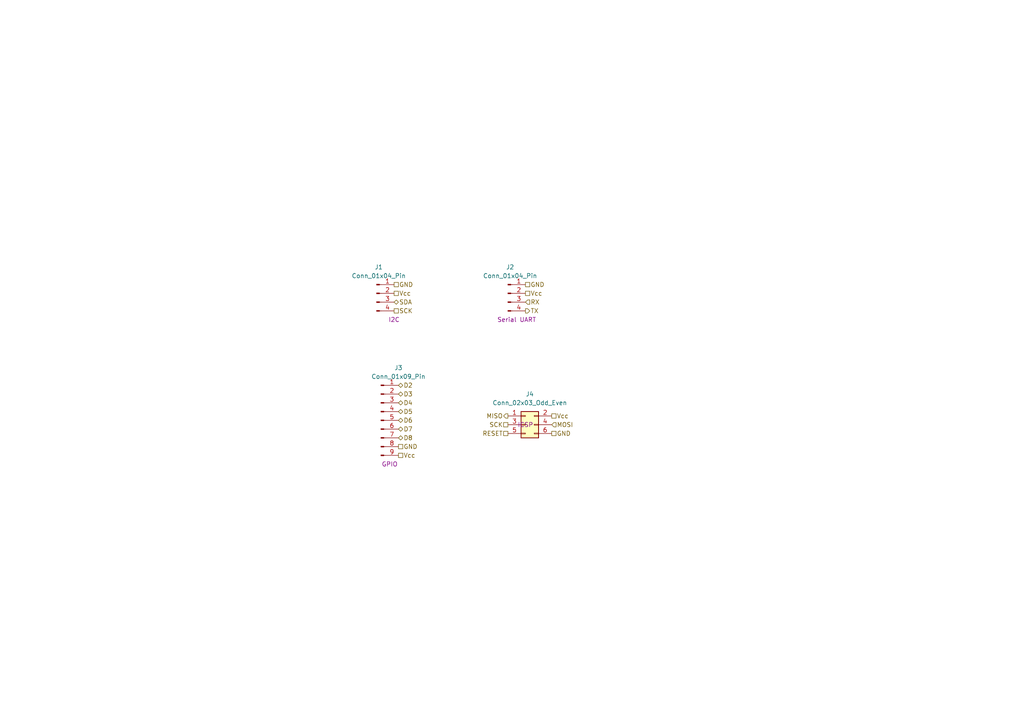
<source format=kicad_sch>
(kicad_sch (version 20250114) (generator "eeschema") (generator_version "9.0")
  (paper "A4")
  (lib_symbols
    (symbol "Connector:Conn_01x04_Pin" (pin_names (offset 1.016) (hide yes))
      (property "Reference" "J" (at 0 5.08 0))
      (property "Value" "Conn_01x04_Pin" (at 0 -7.62 0))
      (symbol "Conn_01x04_Pin_1_1"
        (rectangle (start 0.8636 2.667) (end 0 2.413) (stroke (width 0.1524)) (fill (type outline)))
        (rectangle (start 0.8636 0.127) (end 0 -0.127) (stroke (width 0.1524)) (fill (type outline)))
        (rectangle (start 0.8636 -2.413) (end 0 -2.667) (stroke (width 0.1524)) (fill (type outline)))
        (rectangle (start 0.8636 -4.953) (end 0 -5.207) (stroke (width 0.1524)) (fill (type outline)))
        (polyline (pts (xy 1.27 2.54) (xy 0.8636 2.54)) (stroke (width 0.1524)))
        (polyline (pts (xy 1.27 0) (xy 0.8636 0)) (stroke (width 0.1524)))
        (polyline (pts (xy 1.27 -2.54) (xy 0.8636 -2.54)) (stroke (width 0.1524)))
        (polyline (pts (xy 1.27 -5.08) (xy 0.8636 -5.08)) (stroke (width 0.1524)))
        (pin passive line (at 5.08 2.54 180) (length 3.81) (name "Pin_1") (number "1"))
        (pin passive line (at 5.08 0 180) (length 3.81) (name "Pin_2") (number "2"))
        (pin passive line (at 5.08 -2.54 180) (length 3.81) (name "Pin_3") (number "3"))
        (pin passive line (at 5.08 -5.08 180) (length 3.81) (name "Pin_4") (number "4"))
      )
    )
    (symbol "Connector:Conn_01x09_Pin" (pin_names (offset 1.016) (hide yes))
      (property "Reference" "J" (at 0 12.7 0))
      (property "Value" "Conn_01x09_Pin" (at 0 -12.7 0))
      (symbol "Conn_01x09_Pin_1_1"
        (rectangle (start 0.8636 10.287) (end 0 10.033) (stroke (width 0.1524)) (fill (type outline)))
        (rectangle (start 0.8636 7.747) (end 0 7.493) (stroke (width 0.1524)) (fill (type outline)))
        (rectangle (start 0.8636 5.207) (end 0 4.953) (stroke (width 0.1524)) (fill (type outline)))
        (rectangle (start 0.8636 2.667) (end 0 2.413) (stroke (width 0.1524)) (fill (type outline)))
        (rectangle (start 0.8636 0.127) (end 0 -0.127) (stroke (width 0.1524)) (fill (type outline)))
        (rectangle (start 0.8636 -2.413) (end 0 -2.667) (stroke (width 0.1524)) (fill (type outline)))
        (rectangle (start 0.8636 -4.953) (end 0 -5.207) (stroke (width 0.1524)) (fill (type outline)))
        (rectangle (start 0.8636 -7.493) (end 0 -7.747) (stroke (width 0.1524)) (fill (type outline)))
        (rectangle (start 0.8636 -10.033) (end 0 -10.287) (stroke (width 0.1524)) (fill (type outline)))
        (polyline (pts (xy 1.27 10.16) (xy 0.8636 10.16)) (stroke (width 0.1524)))
        (polyline (pts (xy 1.27 7.62) (xy 0.8636 7.62)) (stroke (width 0.1524)))
        (polyline (pts (xy 1.27 5.08) (xy 0.8636 5.08)) (stroke (width 0.1524)))
        (polyline (pts (xy 1.27 2.54) (xy 0.8636 2.54)) (stroke (width 0.1524)))
        (polyline (pts (xy 1.27 0) (xy 0.8636 0)) (stroke (width 0.1524)))
        (polyline (pts (xy 1.27 -2.54) (xy 0.8636 -2.54)) (stroke (width 0.1524)))
        (polyline (pts (xy 1.27 -5.08) (xy 0.8636 -5.08)) (stroke (width 0.1524)))
        (polyline (pts (xy 1.27 -7.62) (xy 0.8636 -7.62)) (stroke (width 0.1524)))
        (polyline (pts (xy 1.27 -10.16) (xy 0.8636 -10.16)) (stroke (width 0.1524)))
        (pin passive line (at 5.08 10.16 180) (length 3.81) (name "Pin_1") (number "1"))
        (pin passive line (at 5.08 7.62 180) (length 3.81) (name "Pin_2") (number "2"))
        (pin passive line (at 5.08 5.08 180) (length 3.81) (name "Pin_3") (number "3"))
        (pin passive line (at 5.08 2.54 180) (length 3.81) (name "Pin_4") (number "4"))
        (pin passive line (at 5.08 0 180) (length 3.81) (name "Pin_5") (number "5"))
        (pin passive line (at 5.08 -2.54 180) (length 3.81) (name "Pin_6") (number "6"))
        (pin passive line (at 5.08 -5.08 180) (length 3.81) (name "Pin_7") (number "7"))
        (pin passive line (at 5.08 -7.62 180) (length 3.81) (name "Pin_8") (number "8"))
        (pin passive line (at 5.08 -10.16 180) (length 3.81) (name "Pin_9") (number "9"))
      )
    )
    (symbol "Connector_Generic:Conn_02x03_Odd_Even" (pin_names (offset 1.016) (hide yes))
      (property "Reference" "J" (at 1.27 5.08 0))
      (property "Value" "Conn_02x03_Odd_Even" (at 1.27 -5.08 0))
      (symbol "Conn_02x03_Odd_Even_1_1"
        (rectangle (start -1.27 3.81) (end 3.81 -3.81) (stroke (width 0.254)) (fill (type background)))
        (rectangle (start -1.27 2.667) (end 0 2.413) (stroke (width 0.1524)))
        (rectangle (start -1.27 0.127) (end 0 -0.127) (stroke (width 0.1524)))
        (rectangle (start -1.27 -2.413) (end 0 -2.667) (stroke (width 0.1524)))
        (rectangle (start 3.81 2.667) (end 2.54 2.413) (stroke (width 0.1524)))
        (rectangle (start 3.81 0.127) (end 2.54 -0.127) (stroke (width 0.1524)))
        (rectangle (start 3.81 -2.413) (end 2.54 -2.667) (stroke (width 0.1524)))
        (pin passive line (at -5.08 2.54 0) (length 3.81) (name "Pin_1") (number "1"))
        (pin passive line (at -5.08 0 0) (length 3.81) (name "Pin_3") (number "3"))
        (pin passive line (at -5.08 -2.54 0) (length 3.81) (name "Pin_5") (number "5"))
        (pin passive line (at 7.62 2.54 180) (length 3.81) (name "Pin_2") (number "2"))
        (pin passive line (at 7.62 0 180) (length 3.81) (name "Pin_4") (number "4"))
        (pin passive line (at 7.62 -2.54 180) (length 3.81) (name "Pin_6") (number "6"))
      )
    )
  )
  (hierarchical_label "RESET" (shape passive) (at 147.32 125.73 180))
  (hierarchical_label "GND" (shape passive) (at 160.02 125.73 0))
  (hierarchical_label "Vcc" (shape passive) (at 115.57 132.08 0))
  (hierarchical_label "D5" (shape bidirectional) (at 115.57 119.38 0))
  (hierarchical_label "MOSI" (shape input) (at 160.02 123.19 0))
  (hierarchical_label "D8" (shape bidirectional) (at 115.57 127 0))
  (hierarchical_label "SCK" (shape passive) (at 147.32 123.19 180))
  (hierarchical_label "TX" (shape output) (at 152.4 90.17 0))
  (hierarchical_label "Vcc" (shape passive) (at 160.02 120.65 0))
  (hierarchical_label "D7" (shape bidirectional) (at 115.57 124.46 0))
  (hierarchical_label "GND" (shape passive) (at 114.3 82.55 0))
  (hierarchical_label "D3" (shape bidirectional) (at 115.57 114.3 0))
  (hierarchical_label "GND" (shape passive) (at 152.4 82.55 0))
  (hierarchical_label "D4" (shape bidirectional) (at 115.57 116.84 0))
  (hierarchical_label "GND" (shape passive) (at 115.57 129.54 0))
  (hierarchical_label "D6" (shape bidirectional) (at 115.57 121.92 0))
  (hierarchical_label "MISO" (shape output) (at 147.32 120.65 180))
  (hierarchical_label "SDA" (shape bidirectional) (at 114.3 87.63 0))
  (hierarchical_label "Vcc" (shape passive) (at 114.3 85.09 0))
  (hierarchical_label "RX" (shape input) (at 152.4 87.63 0))
  (hierarchical_label "D2" (shape bidirectional) (at 115.57 111.76 0))
  (hierarchical_label "Vcc" (shape passive) (at 152.4 85.09 0))
  (hierarchical_label "SCK" (shape passive) (at 114.3 90.17 0))
  (symbol (lib_id "Connector:Conn_01x04_Pin") (at 109.22 85.09 0) (unit 1)
    (property "Reference" "J1" (at 109.855 77.47 0))
    (property "Value" "Conn_01x04_Pin" (at 109.855 80.01 0))
    (property "Footprint" "Connector_PinHeader_2.54mm:PinHeader_1x04_P2.54mm_Vertical" (effects (hide yes)))
    (property "Description" "Generic connector, single row, 01x04, script generated" (effects (hide yes)))
    (property "Purpose" "I2C" (at 114.3 92.71 0))
  )
  (symbol (lib_id "Connector_Generic:Conn_02x03_Odd_Even") (at 152.4 123.19 0) (unit 1)
    (property "Reference" "J4" (at 153.67 114.3 0))
    (property "Value" "Conn_02x03_Odd_Even" (at 153.67 116.84 0))
    (property "Footprint" "Connector_PinHeader_2.54mm:PinHeader_2x03_P2.54mm_Vertical" (effects (hide yes)))
    (property "Description" "Generic connector, double row, 02x03, odd/even pin numbering scheme (row 1 odd numbers, row 2 even numbers), script generated (kicad-library-utils/schlib/autogen/connector/)" (effects (hide yes)))
    (property "Purpose" "ICSP" (at 152.4 123.19 0))
  )
  (symbol (lib_id "Connector:Conn_01x04_Pin") (at 147.32 85.09 0) (unit 1)
    (property "Reference" "J2" (at 147.955 77.47 0))
    (property "Value" "Conn_01x04_Pin" (at 147.955 80.01 0))
    (property "Footprint" "Connector_PinHeader_2.54mm:PinHeader_1x04_P2.54mm_Vertical" (effects (hide yes)))
    (property "Description" "Generic connector, single row, 01x04, script generated" (effects (hide yes)))
    (property "Purpose" "Serial UART" (at 149.86 92.71 0))
  )
  (symbol (lib_id "Connector:Conn_01x09_Pin") (at 110.49 121.92 0) (unit 1)
    (property "Reference" "J3" (at 115.57 106.68 0))
    (property "Value" "Conn_01x09_Pin" (at 115.57 109.22 0))
    (property "Footprint" "Connector_PinHeader_2.54mm:PinHeader_1x09_P2.54mm_Vertical" (effects (hide yes)))
    (property "Description" "Generic connector, single row, 01x09, script generated" (effects (hide yes)))
    (property "Purpose" "GPIO" (at 113.03 134.62 0))
  )
)
</source>
